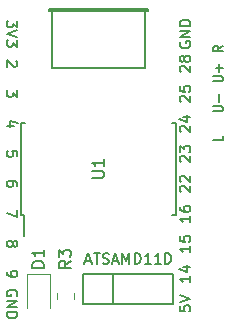
<source format=gbr>
G04 #@! TF.GenerationSoftware,KiCad,Pcbnew,5.0.2-bee76a0~70~ubuntu16.04.1*
G04 #@! TF.CreationDate,2019-07-30T14:23:51+02:00*
G04 #@! TF.ProjectId,hw-BOB-ATSAMD11D,68772d42-4f42-42d4-9154-53414d443131,rev?*
G04 #@! TF.SameCoordinates,Original*
G04 #@! TF.FileFunction,Legend,Top*
G04 #@! TF.FilePolarity,Positive*
%FSLAX46Y46*%
G04 Gerber Fmt 4.6, Leading zero omitted, Abs format (unit mm)*
G04 Created by KiCad (PCBNEW 5.0.2-bee76a0~70~ubuntu16.04.1) date Tue 30 Jul 2019 02:23:51 PM CEST*
%MOMM*%
%LPD*%
G01*
G04 APERTURE LIST*
%ADD10C,0.200000*%
%ADD11C,0.120000*%
%ADD12C,0.150000*%
%ADD13C,0.200660*%
G04 APERTURE END LIST*
D10*
X131171904Y-51822380D02*
X131171904Y-52203333D01*
X130371904Y-52203333D01*
X131171904Y-44202380D02*
X130790952Y-44469047D01*
X131171904Y-44659523D02*
X130371904Y-44659523D01*
X130371904Y-44354761D01*
X130410000Y-44278571D01*
X130448095Y-44240476D01*
X130524285Y-44202380D01*
X130638571Y-44202380D01*
X130714761Y-44240476D01*
X130752857Y-44278571D01*
X130790952Y-44354761D01*
X130790952Y-44659523D01*
X130371904Y-47205809D02*
X131019523Y-47205809D01*
X131095714Y-47167714D01*
X131133809Y-47129619D01*
X131171904Y-47053428D01*
X131171904Y-46901047D01*
X131133809Y-46824857D01*
X131095714Y-46786761D01*
X131019523Y-46748666D01*
X130371904Y-46748666D01*
X130867142Y-46367714D02*
X130867142Y-45758190D01*
X131171904Y-46062952D02*
X130562380Y-46062952D01*
X130371904Y-49745809D02*
X131019523Y-49745809D01*
X131095714Y-49707714D01*
X131133809Y-49669619D01*
X131171904Y-49593428D01*
X131171904Y-49441047D01*
X131133809Y-49364857D01*
X131095714Y-49326761D01*
X131019523Y-49288666D01*
X130371904Y-49288666D01*
X130867142Y-48907714D02*
X130867142Y-48298190D01*
X119547142Y-62380000D02*
X119975714Y-62380000D01*
X119461428Y-62637142D02*
X119761428Y-61737142D01*
X120061428Y-62637142D01*
X120232857Y-61737142D02*
X120747142Y-61737142D01*
X120490000Y-62637142D02*
X120490000Y-61737142D01*
X121004285Y-62594285D02*
X121132857Y-62637142D01*
X121347142Y-62637142D01*
X121432857Y-62594285D01*
X121475714Y-62551428D01*
X121518571Y-62465714D01*
X121518571Y-62380000D01*
X121475714Y-62294285D01*
X121432857Y-62251428D01*
X121347142Y-62208571D01*
X121175714Y-62165714D01*
X121090000Y-62122857D01*
X121047142Y-62080000D01*
X121004285Y-61994285D01*
X121004285Y-61908571D01*
X121047142Y-61822857D01*
X121090000Y-61780000D01*
X121175714Y-61737142D01*
X121390000Y-61737142D01*
X121518571Y-61780000D01*
X121861428Y-62380000D02*
X122290000Y-62380000D01*
X121775714Y-62637142D02*
X122075714Y-61737142D01*
X122375714Y-62637142D01*
X122675714Y-62637142D02*
X122675714Y-61737142D01*
X122975714Y-62380000D01*
X123275714Y-61737142D01*
X123275714Y-62637142D01*
X123704285Y-62637142D02*
X123704285Y-61737142D01*
X123918571Y-61737142D01*
X124047142Y-61780000D01*
X124132857Y-61865714D01*
X124175714Y-61951428D01*
X124218571Y-62122857D01*
X124218571Y-62251428D01*
X124175714Y-62422857D01*
X124132857Y-62508571D01*
X124047142Y-62594285D01*
X123918571Y-62637142D01*
X123704285Y-62637142D01*
X125075714Y-62637142D02*
X124561428Y-62637142D01*
X124818571Y-62637142D02*
X124818571Y-61737142D01*
X124732857Y-61865714D01*
X124647142Y-61951428D01*
X124561428Y-61994285D01*
X125932857Y-62637142D02*
X125418571Y-62637142D01*
X125675714Y-62637142D02*
X125675714Y-61737142D01*
X125590000Y-61865714D01*
X125504285Y-61951428D01*
X125418571Y-61994285D01*
X126318571Y-62637142D02*
X126318571Y-61737142D01*
X126532857Y-61737142D01*
X126661428Y-61780000D01*
X126747142Y-61865714D01*
X126790000Y-61951428D01*
X126832857Y-62122857D01*
X126832857Y-62251428D01*
X126790000Y-62422857D01*
X126747142Y-62508571D01*
X126661428Y-62594285D01*
X126532857Y-62637142D01*
X126318571Y-62637142D01*
X113734000Y-65354285D02*
X113776857Y-65268571D01*
X113776857Y-65140000D01*
X113734000Y-65011428D01*
X113648285Y-64925714D01*
X113562571Y-64882857D01*
X113391142Y-64840000D01*
X113262571Y-64840000D01*
X113091142Y-64882857D01*
X113005428Y-64925714D01*
X112919714Y-65011428D01*
X112876857Y-65140000D01*
X112876857Y-65225714D01*
X112919714Y-65354285D01*
X112962571Y-65397142D01*
X113262571Y-65397142D01*
X113262571Y-65225714D01*
X112876857Y-65782857D02*
X113776857Y-65782857D01*
X112876857Y-66297142D01*
X113776857Y-66297142D01*
X112876857Y-66725714D02*
X113776857Y-66725714D01*
X113776857Y-66940000D01*
X113734000Y-67068571D01*
X113648285Y-67154285D01*
X113562571Y-67197142D01*
X113391142Y-67240000D01*
X113262571Y-67240000D01*
X113091142Y-67197142D01*
X113005428Y-67154285D01*
X112919714Y-67068571D01*
X112876857Y-66940000D01*
X112876857Y-66725714D01*
X112876857Y-63328571D02*
X112876857Y-63500000D01*
X112919714Y-63585714D01*
X112962571Y-63628571D01*
X113091142Y-63714285D01*
X113262571Y-63757142D01*
X113605428Y-63757142D01*
X113691142Y-63714285D01*
X113734000Y-63671428D01*
X113776857Y-63585714D01*
X113776857Y-63414285D01*
X113734000Y-63328571D01*
X113691142Y-63285714D01*
X113605428Y-63242857D01*
X113391142Y-63242857D01*
X113305428Y-63285714D01*
X113262571Y-63328571D01*
X113219714Y-63414285D01*
X113219714Y-63585714D01*
X113262571Y-63671428D01*
X113305428Y-63714285D01*
X113391142Y-63757142D01*
X113391142Y-60874285D02*
X113434000Y-60788571D01*
X113476857Y-60745714D01*
X113562571Y-60702857D01*
X113605428Y-60702857D01*
X113691142Y-60745714D01*
X113734000Y-60788571D01*
X113776857Y-60874285D01*
X113776857Y-61045714D01*
X113734000Y-61131428D01*
X113691142Y-61174285D01*
X113605428Y-61217142D01*
X113562571Y-61217142D01*
X113476857Y-61174285D01*
X113434000Y-61131428D01*
X113391142Y-61045714D01*
X113391142Y-60874285D01*
X113348285Y-60788571D01*
X113305428Y-60745714D01*
X113219714Y-60702857D01*
X113048285Y-60702857D01*
X112962571Y-60745714D01*
X112919714Y-60788571D01*
X112876857Y-60874285D01*
X112876857Y-61045714D01*
X112919714Y-61131428D01*
X112962571Y-61174285D01*
X113048285Y-61217142D01*
X113219714Y-61217142D01*
X113305428Y-61174285D01*
X113348285Y-61131428D01*
X113391142Y-61045714D01*
X113776857Y-58120000D02*
X113776857Y-58720000D01*
X112876857Y-58334285D01*
X113776857Y-56051428D02*
X113776857Y-55880000D01*
X113734000Y-55794285D01*
X113691142Y-55751428D01*
X113562571Y-55665714D01*
X113391142Y-55622857D01*
X113048285Y-55622857D01*
X112962571Y-55665714D01*
X112919714Y-55708571D01*
X112876857Y-55794285D01*
X112876857Y-55965714D01*
X112919714Y-56051428D01*
X112962571Y-56094285D01*
X113048285Y-56137142D01*
X113262571Y-56137142D01*
X113348285Y-56094285D01*
X113391142Y-56051428D01*
X113434000Y-55965714D01*
X113434000Y-55794285D01*
X113391142Y-55708571D01*
X113348285Y-55665714D01*
X113262571Y-55622857D01*
X113776857Y-53554285D02*
X113776857Y-53125714D01*
X113348285Y-53082857D01*
X113391142Y-53125714D01*
X113434000Y-53211428D01*
X113434000Y-53425714D01*
X113391142Y-53511428D01*
X113348285Y-53554285D01*
X113262571Y-53597142D01*
X113048285Y-53597142D01*
X112962571Y-53554285D01*
X112919714Y-53511428D01*
X112876857Y-53425714D01*
X112876857Y-53211428D01*
X112919714Y-53125714D01*
X112962571Y-53082857D01*
X113476857Y-50971428D02*
X112876857Y-50971428D01*
X113819714Y-50757142D02*
X113176857Y-50542857D01*
X113176857Y-51100000D01*
X113776857Y-47960000D02*
X113776857Y-48517142D01*
X113434000Y-48217142D01*
X113434000Y-48345714D01*
X113391142Y-48431428D01*
X113348285Y-48474285D01*
X113262571Y-48517142D01*
X113048285Y-48517142D01*
X112962571Y-48474285D01*
X112919714Y-48431428D01*
X112876857Y-48345714D01*
X112876857Y-48088571D01*
X112919714Y-48002857D01*
X112962571Y-47960000D01*
X113691142Y-45462857D02*
X113734000Y-45505714D01*
X113776857Y-45591428D01*
X113776857Y-45805714D01*
X113734000Y-45891428D01*
X113691142Y-45934285D01*
X113605428Y-45977142D01*
X113519714Y-45977142D01*
X113391142Y-45934285D01*
X112876857Y-45420000D01*
X112876857Y-45977142D01*
X113776857Y-42065714D02*
X113776857Y-42622857D01*
X113434000Y-42322857D01*
X113434000Y-42451428D01*
X113391142Y-42537142D01*
X113348285Y-42580000D01*
X113262571Y-42622857D01*
X113048285Y-42622857D01*
X112962571Y-42580000D01*
X112919714Y-42537142D01*
X112876857Y-42451428D01*
X112876857Y-42194285D01*
X112919714Y-42108571D01*
X112962571Y-42065714D01*
X113776857Y-42880000D02*
X112876857Y-43180000D01*
X113776857Y-43480000D01*
X113776857Y-43694285D02*
X113776857Y-44251428D01*
X113434000Y-43951428D01*
X113434000Y-44080000D01*
X113391142Y-44165714D01*
X113348285Y-44208571D01*
X113262571Y-44251428D01*
X113048285Y-44251428D01*
X112962571Y-44208571D01*
X112919714Y-44165714D01*
X112876857Y-44080000D01*
X112876857Y-43822857D01*
X112919714Y-43737142D01*
X112962571Y-43694285D01*
X127523142Y-66211428D02*
X127523142Y-66640000D01*
X127951714Y-66682857D01*
X127908857Y-66640000D01*
X127866000Y-66554285D01*
X127866000Y-66340000D01*
X127908857Y-66254285D01*
X127951714Y-66211428D01*
X128037428Y-66168571D01*
X128251714Y-66168571D01*
X128337428Y-66211428D01*
X128380285Y-66254285D01*
X128423142Y-66340000D01*
X128423142Y-66554285D01*
X128380285Y-66640000D01*
X128337428Y-66682857D01*
X127523142Y-65911428D02*
X128423142Y-65611428D01*
X127523142Y-65311428D01*
X128423142Y-63671428D02*
X128423142Y-64185714D01*
X128423142Y-63928571D02*
X127523142Y-63928571D01*
X127651714Y-64014285D01*
X127737428Y-64100000D01*
X127780285Y-64185714D01*
X127823142Y-62900000D02*
X128423142Y-62900000D01*
X127480285Y-63114285D02*
X128123142Y-63328571D01*
X128123142Y-62771428D01*
X128423142Y-61131428D02*
X128423142Y-61645714D01*
X128423142Y-61388571D02*
X127523142Y-61388571D01*
X127651714Y-61474285D01*
X127737428Y-61560000D01*
X127780285Y-61645714D01*
X127523142Y-60317142D02*
X127523142Y-60745714D01*
X127951714Y-60788571D01*
X127908857Y-60745714D01*
X127866000Y-60660000D01*
X127866000Y-60445714D01*
X127908857Y-60360000D01*
X127951714Y-60317142D01*
X128037428Y-60274285D01*
X128251714Y-60274285D01*
X128337428Y-60317142D01*
X128380285Y-60360000D01*
X128423142Y-60445714D01*
X128423142Y-60660000D01*
X128380285Y-60745714D01*
X128337428Y-60788571D01*
X128423142Y-58591428D02*
X128423142Y-59105714D01*
X128423142Y-58848571D02*
X127523142Y-58848571D01*
X127651714Y-58934285D01*
X127737428Y-59020000D01*
X127780285Y-59105714D01*
X127523142Y-57820000D02*
X127523142Y-57991428D01*
X127566000Y-58077142D01*
X127608857Y-58120000D01*
X127737428Y-58205714D01*
X127908857Y-58248571D01*
X128251714Y-58248571D01*
X128337428Y-58205714D01*
X128380285Y-58162857D01*
X128423142Y-58077142D01*
X128423142Y-57905714D01*
X128380285Y-57820000D01*
X128337428Y-57777142D01*
X128251714Y-57734285D01*
X128037428Y-57734285D01*
X127951714Y-57777142D01*
X127908857Y-57820000D01*
X127866000Y-57905714D01*
X127866000Y-58077142D01*
X127908857Y-58162857D01*
X127951714Y-58205714D01*
X128037428Y-58248571D01*
X127608857Y-56565714D02*
X127566000Y-56522857D01*
X127523142Y-56437142D01*
X127523142Y-56222857D01*
X127566000Y-56137142D01*
X127608857Y-56094285D01*
X127694571Y-56051428D01*
X127780285Y-56051428D01*
X127908857Y-56094285D01*
X128423142Y-56608571D01*
X128423142Y-56051428D01*
X127608857Y-55708571D02*
X127566000Y-55665714D01*
X127523142Y-55580000D01*
X127523142Y-55365714D01*
X127566000Y-55280000D01*
X127608857Y-55237142D01*
X127694571Y-55194285D01*
X127780285Y-55194285D01*
X127908857Y-55237142D01*
X128423142Y-55751428D01*
X128423142Y-55194285D01*
X127608857Y-54025714D02*
X127566000Y-53982857D01*
X127523142Y-53897142D01*
X127523142Y-53682857D01*
X127566000Y-53597142D01*
X127608857Y-53554285D01*
X127694571Y-53511428D01*
X127780285Y-53511428D01*
X127908857Y-53554285D01*
X128423142Y-54068571D01*
X128423142Y-53511428D01*
X127523142Y-53211428D02*
X127523142Y-52654285D01*
X127866000Y-52954285D01*
X127866000Y-52825714D01*
X127908857Y-52740000D01*
X127951714Y-52697142D01*
X128037428Y-52654285D01*
X128251714Y-52654285D01*
X128337428Y-52697142D01*
X128380285Y-52740000D01*
X128423142Y-52825714D01*
X128423142Y-53082857D01*
X128380285Y-53168571D01*
X128337428Y-53211428D01*
X127608857Y-51485714D02*
X127566000Y-51442857D01*
X127523142Y-51357142D01*
X127523142Y-51142857D01*
X127566000Y-51057142D01*
X127608857Y-51014285D01*
X127694571Y-50971428D01*
X127780285Y-50971428D01*
X127908857Y-51014285D01*
X128423142Y-51528571D01*
X128423142Y-50971428D01*
X127823142Y-50200000D02*
X128423142Y-50200000D01*
X127480285Y-50414285D02*
X128123142Y-50628571D01*
X128123142Y-50071428D01*
X127608857Y-48945714D02*
X127566000Y-48902857D01*
X127523142Y-48817142D01*
X127523142Y-48602857D01*
X127566000Y-48517142D01*
X127608857Y-48474285D01*
X127694571Y-48431428D01*
X127780285Y-48431428D01*
X127908857Y-48474285D01*
X128423142Y-48988571D01*
X128423142Y-48431428D01*
X127523142Y-47617142D02*
X127523142Y-48045714D01*
X127951714Y-48088571D01*
X127908857Y-48045714D01*
X127866000Y-47960000D01*
X127866000Y-47745714D01*
X127908857Y-47660000D01*
X127951714Y-47617142D01*
X128037428Y-47574285D01*
X128251714Y-47574285D01*
X128337428Y-47617142D01*
X128380285Y-47660000D01*
X128423142Y-47745714D01*
X128423142Y-47960000D01*
X128380285Y-48045714D01*
X128337428Y-48088571D01*
X127608857Y-46405714D02*
X127566000Y-46362857D01*
X127523142Y-46277142D01*
X127523142Y-46062857D01*
X127566000Y-45977142D01*
X127608857Y-45934285D01*
X127694571Y-45891428D01*
X127780285Y-45891428D01*
X127908857Y-45934285D01*
X128423142Y-46448571D01*
X128423142Y-45891428D01*
X127908857Y-45377142D02*
X127866000Y-45462857D01*
X127823142Y-45505714D01*
X127737428Y-45548571D01*
X127694571Y-45548571D01*
X127608857Y-45505714D01*
X127566000Y-45462857D01*
X127523142Y-45377142D01*
X127523142Y-45205714D01*
X127566000Y-45120000D01*
X127608857Y-45077142D01*
X127694571Y-45034285D01*
X127737428Y-45034285D01*
X127823142Y-45077142D01*
X127866000Y-45120000D01*
X127908857Y-45205714D01*
X127908857Y-45377142D01*
X127951714Y-45462857D01*
X127994571Y-45505714D01*
X128080285Y-45548571D01*
X128251714Y-45548571D01*
X128337428Y-45505714D01*
X128380285Y-45462857D01*
X128423142Y-45377142D01*
X128423142Y-45205714D01*
X128380285Y-45120000D01*
X128337428Y-45077142D01*
X128251714Y-45034285D01*
X128080285Y-45034285D01*
X127994571Y-45077142D01*
X127951714Y-45120000D01*
X127908857Y-45205714D01*
X127566000Y-43865714D02*
X127523142Y-43951428D01*
X127523142Y-44080000D01*
X127566000Y-44208571D01*
X127651714Y-44294285D01*
X127737428Y-44337142D01*
X127908857Y-44380000D01*
X128037428Y-44380000D01*
X128208857Y-44337142D01*
X128294571Y-44294285D01*
X128380285Y-44208571D01*
X128423142Y-44080000D01*
X128423142Y-43994285D01*
X128380285Y-43865714D01*
X128337428Y-43822857D01*
X128037428Y-43822857D01*
X128037428Y-43994285D01*
X128423142Y-43437142D02*
X127523142Y-43437142D01*
X128423142Y-42922857D01*
X127523142Y-42922857D01*
X128423142Y-42494285D02*
X127523142Y-42494285D01*
X127523142Y-42280000D01*
X127566000Y-42151428D01*
X127651714Y-42065714D01*
X127737428Y-42022857D01*
X127908857Y-41980000D01*
X128037428Y-41980000D01*
X128208857Y-42022857D01*
X128294571Y-42065714D01*
X128380285Y-42151428D01*
X128423142Y-42280000D01*
X128423142Y-42494285D01*
D11*
G04 #@! TO.C,D1*
X116530000Y-66405000D02*
X116530000Y-63545000D01*
X116530000Y-63545000D02*
X114610000Y-63545000D01*
X114610000Y-63545000D02*
X114610000Y-66405000D01*
G04 #@! TO.C,R3*
X118566000Y-65666252D02*
X118566000Y-65143748D01*
X117146000Y-65666252D02*
X117146000Y-65143748D01*
D12*
G04 #@! TO.C,U1*
X114075000Y-58485000D02*
X114325000Y-58485000D01*
X114075000Y-50735000D02*
X114410000Y-50735000D01*
X127225000Y-50735000D02*
X126890000Y-50735000D01*
X127225000Y-58485000D02*
X126890000Y-58485000D01*
X114075000Y-58485000D02*
X114075000Y-50735000D01*
X127225000Y-58485000D02*
X127225000Y-50735000D01*
X114325000Y-58485000D02*
X114325000Y-60285000D01*
G04 #@! TO.C,X3*
X121920000Y-63500000D02*
X121920000Y-66040000D01*
X119380000Y-63500000D02*
X127000000Y-63500000D01*
X127000000Y-63500000D02*
X127000000Y-66040000D01*
X127000000Y-66040000D02*
X119380000Y-66040000D01*
X119380000Y-66040000D02*
X119380000Y-63500000D01*
D13*
G04 #@! TO.C,X4*
X124851160Y-41181020D02*
X116448840Y-41181020D01*
X124851160Y-41079420D02*
X116448840Y-41079420D01*
X116448840Y-41079420D02*
X116448840Y-41280080D01*
X116448840Y-41280080D02*
X124851160Y-41280080D01*
X124851160Y-41280080D02*
X124851160Y-41079420D01*
X124548900Y-41079420D02*
X124548900Y-46080680D01*
X124548900Y-46080680D02*
X116751100Y-46080680D01*
X116751100Y-46080680D02*
X116751100Y-41079420D01*
G04 #@! TO.C,D1*
D12*
X116022380Y-62968095D02*
X115022380Y-62968095D01*
X115022380Y-62730000D01*
X115070000Y-62587142D01*
X115165238Y-62491904D01*
X115260476Y-62444285D01*
X115450952Y-62396666D01*
X115593809Y-62396666D01*
X115784285Y-62444285D01*
X115879523Y-62491904D01*
X115974761Y-62587142D01*
X116022380Y-62730000D01*
X116022380Y-62968095D01*
X116022380Y-61444285D02*
X116022380Y-62015714D01*
X116022380Y-61730000D02*
X115022380Y-61730000D01*
X115165238Y-61825238D01*
X115260476Y-61920476D01*
X115308095Y-62015714D01*
G04 #@! TO.C,R3*
X118308380Y-62396666D02*
X117832190Y-62730000D01*
X118308380Y-62968095D02*
X117308380Y-62968095D01*
X117308380Y-62587142D01*
X117356000Y-62491904D01*
X117403619Y-62444285D01*
X117498857Y-62396666D01*
X117641714Y-62396666D01*
X117736952Y-62444285D01*
X117784571Y-62491904D01*
X117832190Y-62587142D01*
X117832190Y-62968095D01*
X117308380Y-62063333D02*
X117308380Y-61444285D01*
X117689333Y-61777619D01*
X117689333Y-61634761D01*
X117736952Y-61539523D01*
X117784571Y-61491904D01*
X117879809Y-61444285D01*
X118117904Y-61444285D01*
X118213142Y-61491904D01*
X118260761Y-61539523D01*
X118308380Y-61634761D01*
X118308380Y-61920476D01*
X118260761Y-62015714D01*
X118213142Y-62063333D01*
G04 #@! TO.C,U1*
X120102380Y-55371904D02*
X120911904Y-55371904D01*
X121007142Y-55324285D01*
X121054761Y-55276666D01*
X121102380Y-55181428D01*
X121102380Y-54990952D01*
X121054761Y-54895714D01*
X121007142Y-54848095D01*
X120911904Y-54800476D01*
X120102380Y-54800476D01*
X121102380Y-53800476D02*
X121102380Y-54371904D01*
X121102380Y-54086190D02*
X120102380Y-54086190D01*
X120245238Y-54181428D01*
X120340476Y-54276666D01*
X120388095Y-54371904D01*
G04 #@! TD*
M02*

</source>
